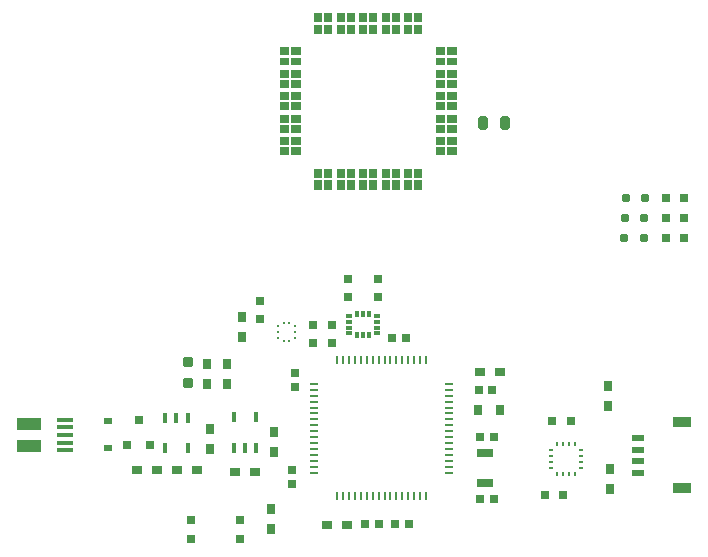
<source format=gbr>
%TF.GenerationSoftware,KiCad,Pcbnew,7.0.5*%
%TF.CreationDate,2024-02-09T08:38:41-06:00*%
%TF.ProjectId,peakick,7065616b-6963-46b2-9e6b-696361645f70,rev?*%
%TF.SameCoordinates,Original*%
%TF.FileFunction,Paste,Top*%
%TF.FilePolarity,Positive*%
%FSLAX46Y46*%
G04 Gerber Fmt 4.6, Leading zero omitted, Abs format (unit mm)*
G04 Created by KiCad (PCBNEW 7.0.5) date 2024-02-09 08:38:41*
%MOMM*%
%LPD*%
G01*
G04 APERTURE LIST*
G04 Aperture macros list*
%AMRoundRect*
0 Rectangle with rounded corners*
0 $1 Rounding radius*
0 $2 $3 $4 $5 $6 $7 $8 $9 X,Y pos of 4 corners*
0 Add a 4 corners polygon primitive as box body*
4,1,4,$2,$3,$4,$5,$6,$7,$8,$9,$2,$3,0*
0 Add four circle primitives for the rounded corners*
1,1,$1+$1,$2,$3*
1,1,$1+$1,$4,$5*
1,1,$1+$1,$6,$7*
1,1,$1+$1,$8,$9*
0 Add four rect primitives between the rounded corners*
20,1,$1+$1,$2,$3,$4,$5,0*
20,1,$1+$1,$4,$5,$6,$7,0*
20,1,$1+$1,$6,$7,$8,$9,0*
20,1,$1+$1,$8,$9,$2,$3,0*%
G04 Aperture macros list end*
%ADD10C,0.010000*%
%ADD11R,1.400000X0.320000*%
%ADD12R,2.000000X1.140000*%
%ADD13RoundRect,0.135000X0.225000X0.245000X-0.225000X0.245000X-0.225000X-0.245000X0.225000X-0.245000X0*%
%ADD14R,0.800000X0.880000*%
%ADD15R,0.880000X0.800000*%
%ADD16RoundRect,0.120000X-0.200000X-0.260000X0.200000X-0.260000X0.200000X0.260000X-0.200000X0.260000X0*%
%ADD17R,0.440000X0.960000*%
%ADD18R,0.720000X0.680000*%
%ADD19R,1.080000X0.480000*%
%ADD20R,1.600000X0.960000*%
%ADD21R,0.664000X0.504000*%
%ADD22RoundRect,0.150000X-0.250000X-0.430000X0.250000X-0.430000X0.250000X0.430000X-0.250000X0.430000X0*%
%ADD23RoundRect,0.025830X0.237670X0.117670X-0.237670X0.117670X-0.237670X-0.117670X0.237670X-0.117670X0*%
%ADD24RoundRect,0.025830X-0.117670X0.237670X-0.117670X-0.237670X0.117670X-0.237670X0.117670X0.237670X0*%
%ADD25R,0.680000X0.720000*%
%ADD26R,1.440000X0.800000*%
%ADD27RoundRect,0.135000X-0.245000X0.225000X-0.245000X-0.225000X0.245000X-0.225000X0.245000X0.225000X0*%
%ADD28R,0.640000X0.960000*%
%ADD29RoundRect,0.050000X0.350000X0.350000X-0.350000X0.350000X-0.350000X-0.350000X0.350000X-0.350000X0*%
%ADD30R,0.800000X0.176000*%
%ADD31R,0.176000X0.800000*%
%ADD32RoundRect,0.135000X0.245000X-0.225000X0.245000X0.225000X-0.245000X0.225000X-0.245000X-0.225000X0*%
%ADD33RoundRect,0.131250X0.218750X0.248750X-0.218750X0.248750X-0.218750X-0.248750X0.218750X-0.248750X0*%
%ADD34R,0.203200X0.223520*%
%ADD35R,0.223520X0.203200*%
%ADD36R,0.720000X0.800000*%
%ADD37R,0.640000X0.720000*%
%ADD38R,0.243840X0.365760*%
%ADD39R,0.365760X0.243840*%
G04 APERTURE END LIST*
%TO.C,U2*%
D10*
X160845000Y-69610000D02*
X160265000Y-69610000D01*
X160265000Y-68890000D01*
X160845000Y-68890000D01*
X160845000Y-69610000D01*
G36*
X160845000Y-69610000D02*
G01*
X160265000Y-69610000D01*
X160265000Y-68890000D01*
X160845000Y-68890000D01*
X160845000Y-69610000D01*
G37*
X159995000Y-69610000D02*
X159415000Y-69610000D01*
X159415000Y-68890000D01*
X159995000Y-68890000D01*
X159995000Y-69610000D01*
G36*
X159995000Y-69610000D02*
G01*
X159415000Y-69610000D01*
X159415000Y-68890000D01*
X159995000Y-68890000D01*
X159995000Y-69610000D01*
G37*
X158945000Y-69610000D02*
X158365000Y-69610000D01*
X158365000Y-68890000D01*
X158945000Y-68890000D01*
X158945000Y-69610000D01*
G36*
X158945000Y-69610000D02*
G01*
X158365000Y-69610000D01*
X158365000Y-68890000D01*
X158945000Y-68890000D01*
X158945000Y-69610000D01*
G37*
X158095000Y-69610000D02*
X157515000Y-69610000D01*
X157515000Y-68890000D01*
X158095000Y-68890000D01*
X158095000Y-69610000D01*
G36*
X158095000Y-69610000D02*
G01*
X157515000Y-69610000D01*
X157515000Y-68890000D01*
X158095000Y-68890000D01*
X158095000Y-69610000D01*
G37*
X157045000Y-69610000D02*
X156465000Y-69610000D01*
X156465000Y-68890000D01*
X157045000Y-68890000D01*
X157045000Y-69610000D01*
G36*
X157045000Y-69610000D02*
G01*
X156465000Y-69610000D01*
X156465000Y-68890000D01*
X157045000Y-68890000D01*
X157045000Y-69610000D01*
G37*
X156195000Y-69610000D02*
X155615000Y-69610000D01*
X155615000Y-68890000D01*
X156195000Y-68890000D01*
X156195000Y-69610000D01*
G36*
X156195000Y-69610000D02*
G01*
X155615000Y-69610000D01*
X155615000Y-68890000D01*
X156195000Y-68890000D01*
X156195000Y-69610000D01*
G37*
X155145000Y-69610000D02*
X154565000Y-69610000D01*
X154565000Y-68890000D01*
X155145000Y-68890000D01*
X155145000Y-69610000D01*
G36*
X155145000Y-69610000D02*
G01*
X154565000Y-69610000D01*
X154565000Y-68890000D01*
X155145000Y-68890000D01*
X155145000Y-69610000D01*
G37*
X154295000Y-69610000D02*
X153715000Y-69610000D01*
X153715000Y-68890000D01*
X154295000Y-68890000D01*
X154295000Y-69610000D01*
G36*
X154295000Y-69610000D02*
G01*
X153715000Y-69610000D01*
X153715000Y-68890000D01*
X154295000Y-68890000D01*
X154295000Y-69610000D01*
G37*
X153245000Y-69610000D02*
X152665000Y-69610000D01*
X152665000Y-68890000D01*
X153245000Y-68890000D01*
X153245000Y-69610000D01*
G36*
X153245000Y-69610000D02*
G01*
X152665000Y-69610000D01*
X152665000Y-68890000D01*
X153245000Y-68890000D01*
X153245000Y-69610000D01*
G37*
X152395000Y-69610000D02*
X151815000Y-69610000D01*
X151815000Y-68890000D01*
X152395000Y-68890000D01*
X152395000Y-69610000D01*
G36*
X152395000Y-69610000D02*
G01*
X151815000Y-69610000D01*
X151815000Y-68890000D01*
X152395000Y-68890000D01*
X152395000Y-69610000D01*
G37*
X160845000Y-70610000D02*
X160265000Y-70610000D01*
X160265000Y-69890000D01*
X160845000Y-69890000D01*
X160845000Y-70610000D01*
G36*
X160845000Y-70610000D02*
G01*
X160265000Y-70610000D01*
X160265000Y-69890000D01*
X160845000Y-69890000D01*
X160845000Y-70610000D01*
G37*
X159995000Y-70610000D02*
X159415000Y-70610000D01*
X159415000Y-69890000D01*
X159995000Y-69890000D01*
X159995000Y-70610000D01*
G36*
X159995000Y-70610000D02*
G01*
X159415000Y-70610000D01*
X159415000Y-69890000D01*
X159995000Y-69890000D01*
X159995000Y-70610000D01*
G37*
X158945000Y-70610000D02*
X158365000Y-70610000D01*
X158365000Y-69890000D01*
X158945000Y-69890000D01*
X158945000Y-70610000D01*
G36*
X158945000Y-70610000D02*
G01*
X158365000Y-70610000D01*
X158365000Y-69890000D01*
X158945000Y-69890000D01*
X158945000Y-70610000D01*
G37*
X158095000Y-70610000D02*
X157515000Y-70610000D01*
X157515000Y-69890000D01*
X158095000Y-69890000D01*
X158095000Y-70610000D01*
G36*
X158095000Y-70610000D02*
G01*
X157515000Y-70610000D01*
X157515000Y-69890000D01*
X158095000Y-69890000D01*
X158095000Y-70610000D01*
G37*
X157045000Y-70610000D02*
X156465000Y-70610000D01*
X156465000Y-69890000D01*
X157045000Y-69890000D01*
X157045000Y-70610000D01*
G36*
X157045000Y-70610000D02*
G01*
X156465000Y-70610000D01*
X156465000Y-69890000D01*
X157045000Y-69890000D01*
X157045000Y-70610000D01*
G37*
X156195000Y-70610000D02*
X155615000Y-70610000D01*
X155615000Y-69890000D01*
X156195000Y-69890000D01*
X156195000Y-70610000D01*
G36*
X156195000Y-70610000D02*
G01*
X155615000Y-70610000D01*
X155615000Y-69890000D01*
X156195000Y-69890000D01*
X156195000Y-70610000D01*
G37*
X155145000Y-70610000D02*
X154565000Y-70610000D01*
X154565000Y-69890000D01*
X155145000Y-69890000D01*
X155145000Y-70610000D01*
G36*
X155145000Y-70610000D02*
G01*
X154565000Y-70610000D01*
X154565000Y-69890000D01*
X155145000Y-69890000D01*
X155145000Y-70610000D01*
G37*
X154295000Y-70610000D02*
X153715000Y-70610000D01*
X153715000Y-69890000D01*
X154295000Y-69890000D01*
X154295000Y-70610000D01*
G36*
X154295000Y-70610000D02*
G01*
X153715000Y-70610000D01*
X153715000Y-69890000D01*
X154295000Y-69890000D01*
X154295000Y-70610000D01*
G37*
X153245000Y-70610000D02*
X152665000Y-70610000D01*
X152665000Y-69890000D01*
X153245000Y-69890000D01*
X153245000Y-70610000D01*
G36*
X153245000Y-70610000D02*
G01*
X152665000Y-70610000D01*
X152665000Y-69890000D01*
X153245000Y-69890000D01*
X153245000Y-70610000D01*
G37*
X152395000Y-70610000D02*
X151815000Y-70610000D01*
X151815000Y-69890000D01*
X152395000Y-69890000D01*
X152395000Y-70610000D01*
G36*
X152395000Y-70610000D02*
G01*
X151815000Y-70610000D01*
X151815000Y-69890000D01*
X152395000Y-69890000D01*
X152395000Y-70610000D01*
G37*
X163790000Y-72415000D02*
X163070000Y-72415000D01*
X163070000Y-71835000D01*
X163790000Y-71835000D01*
X163790000Y-72415000D01*
G36*
X163790000Y-72415000D02*
G01*
X163070000Y-72415000D01*
X163070000Y-71835000D01*
X163790000Y-71835000D01*
X163790000Y-72415000D01*
G37*
X162790000Y-72415000D02*
X162070000Y-72415000D01*
X162070000Y-71835000D01*
X162790000Y-71835000D01*
X162790000Y-72415000D01*
G36*
X162790000Y-72415000D02*
G01*
X162070000Y-72415000D01*
X162070000Y-71835000D01*
X162790000Y-71835000D01*
X162790000Y-72415000D01*
G37*
X150590000Y-72415000D02*
X149870000Y-72415000D01*
X149870000Y-71835000D01*
X150590000Y-71835000D01*
X150590000Y-72415000D01*
G36*
X150590000Y-72415000D02*
G01*
X149870000Y-72415000D01*
X149870000Y-71835000D01*
X150590000Y-71835000D01*
X150590000Y-72415000D01*
G37*
X149590000Y-72415000D02*
X148870000Y-72415000D01*
X148870000Y-71835000D01*
X149590000Y-71835000D01*
X149590000Y-72415000D01*
G36*
X149590000Y-72415000D02*
G01*
X148870000Y-72415000D01*
X148870000Y-71835000D01*
X149590000Y-71835000D01*
X149590000Y-72415000D01*
G37*
X163790000Y-73265000D02*
X163070000Y-73265000D01*
X163070000Y-72685000D01*
X163790000Y-72685000D01*
X163790000Y-73265000D01*
G36*
X163790000Y-73265000D02*
G01*
X163070000Y-73265000D01*
X163070000Y-72685000D01*
X163790000Y-72685000D01*
X163790000Y-73265000D01*
G37*
X162790000Y-73265000D02*
X162070000Y-73265000D01*
X162070000Y-72685000D01*
X162790000Y-72685000D01*
X162790000Y-73265000D01*
G36*
X162790000Y-73265000D02*
G01*
X162070000Y-73265000D01*
X162070000Y-72685000D01*
X162790000Y-72685000D01*
X162790000Y-73265000D01*
G37*
X150590000Y-73265000D02*
X149870000Y-73265000D01*
X149870000Y-72685000D01*
X150590000Y-72685000D01*
X150590000Y-73265000D01*
G36*
X150590000Y-73265000D02*
G01*
X149870000Y-73265000D01*
X149870000Y-72685000D01*
X150590000Y-72685000D01*
X150590000Y-73265000D01*
G37*
X149590000Y-73265000D02*
X148870000Y-73265000D01*
X148870000Y-72685000D01*
X149590000Y-72685000D01*
X149590000Y-73265000D01*
G36*
X149590000Y-73265000D02*
G01*
X148870000Y-73265000D01*
X148870000Y-72685000D01*
X149590000Y-72685000D01*
X149590000Y-73265000D01*
G37*
X163790000Y-74315000D02*
X163070000Y-74315000D01*
X163070000Y-73735000D01*
X163790000Y-73735000D01*
X163790000Y-74315000D01*
G36*
X163790000Y-74315000D02*
G01*
X163070000Y-74315000D01*
X163070000Y-73735000D01*
X163790000Y-73735000D01*
X163790000Y-74315000D01*
G37*
X162790000Y-74315000D02*
X162070000Y-74315000D01*
X162070000Y-73735000D01*
X162790000Y-73735000D01*
X162790000Y-74315000D01*
G36*
X162790000Y-74315000D02*
G01*
X162070000Y-74315000D01*
X162070000Y-73735000D01*
X162790000Y-73735000D01*
X162790000Y-74315000D01*
G37*
X150590000Y-74315000D02*
X149870000Y-74315000D01*
X149870000Y-73735000D01*
X150590000Y-73735000D01*
X150590000Y-74315000D01*
G36*
X150590000Y-74315000D02*
G01*
X149870000Y-74315000D01*
X149870000Y-73735000D01*
X150590000Y-73735000D01*
X150590000Y-74315000D01*
G37*
X149590000Y-74315000D02*
X148870000Y-74315000D01*
X148870000Y-73735000D01*
X149590000Y-73735000D01*
X149590000Y-74315000D01*
G36*
X149590000Y-74315000D02*
G01*
X148870000Y-74315000D01*
X148870000Y-73735000D01*
X149590000Y-73735000D01*
X149590000Y-74315000D01*
G37*
X163790000Y-75165000D02*
X163070000Y-75165000D01*
X163070000Y-74585000D01*
X163790000Y-74585000D01*
X163790000Y-75165000D01*
G36*
X163790000Y-75165000D02*
G01*
X163070000Y-75165000D01*
X163070000Y-74585000D01*
X163790000Y-74585000D01*
X163790000Y-75165000D01*
G37*
X162790000Y-75165000D02*
X162070000Y-75165000D01*
X162070000Y-74585000D01*
X162790000Y-74585000D01*
X162790000Y-75165000D01*
G36*
X162790000Y-75165000D02*
G01*
X162070000Y-75165000D01*
X162070000Y-74585000D01*
X162790000Y-74585000D01*
X162790000Y-75165000D01*
G37*
X150590000Y-75165000D02*
X149870000Y-75165000D01*
X149870000Y-74585000D01*
X150590000Y-74585000D01*
X150590000Y-75165000D01*
G36*
X150590000Y-75165000D02*
G01*
X149870000Y-75165000D01*
X149870000Y-74585000D01*
X150590000Y-74585000D01*
X150590000Y-75165000D01*
G37*
X149590000Y-75165000D02*
X148870000Y-75165000D01*
X148870000Y-74585000D01*
X149590000Y-74585000D01*
X149590000Y-75165000D01*
G36*
X149590000Y-75165000D02*
G01*
X148870000Y-75165000D01*
X148870000Y-74585000D01*
X149590000Y-74585000D01*
X149590000Y-75165000D01*
G37*
X163790000Y-76215000D02*
X163070000Y-76215000D01*
X163070000Y-75635000D01*
X163790000Y-75635000D01*
X163790000Y-76215000D01*
G36*
X163790000Y-76215000D02*
G01*
X163070000Y-76215000D01*
X163070000Y-75635000D01*
X163790000Y-75635000D01*
X163790000Y-76215000D01*
G37*
X162790000Y-76215000D02*
X162070000Y-76215000D01*
X162070000Y-75635000D01*
X162790000Y-75635000D01*
X162790000Y-76215000D01*
G36*
X162790000Y-76215000D02*
G01*
X162070000Y-76215000D01*
X162070000Y-75635000D01*
X162790000Y-75635000D01*
X162790000Y-76215000D01*
G37*
X150590000Y-76215000D02*
X149870000Y-76215000D01*
X149870000Y-75635000D01*
X150590000Y-75635000D01*
X150590000Y-76215000D01*
G36*
X150590000Y-76215000D02*
G01*
X149870000Y-76215000D01*
X149870000Y-75635000D01*
X150590000Y-75635000D01*
X150590000Y-76215000D01*
G37*
X149590000Y-76215000D02*
X148870000Y-76215000D01*
X148870000Y-75635000D01*
X149590000Y-75635000D01*
X149590000Y-76215000D01*
G36*
X149590000Y-76215000D02*
G01*
X148870000Y-76215000D01*
X148870000Y-75635000D01*
X149590000Y-75635000D01*
X149590000Y-76215000D01*
G37*
X163790000Y-77065000D02*
X163070000Y-77065000D01*
X163070000Y-76485000D01*
X163790000Y-76485000D01*
X163790000Y-77065000D01*
G36*
X163790000Y-77065000D02*
G01*
X163070000Y-77065000D01*
X163070000Y-76485000D01*
X163790000Y-76485000D01*
X163790000Y-77065000D01*
G37*
X162790000Y-77065000D02*
X162070000Y-77065000D01*
X162070000Y-76485000D01*
X162790000Y-76485000D01*
X162790000Y-77065000D01*
G36*
X162790000Y-77065000D02*
G01*
X162070000Y-77065000D01*
X162070000Y-76485000D01*
X162790000Y-76485000D01*
X162790000Y-77065000D01*
G37*
X150590000Y-77065000D02*
X149870000Y-77065000D01*
X149870000Y-76485000D01*
X150590000Y-76485000D01*
X150590000Y-77065000D01*
G36*
X150590000Y-77065000D02*
G01*
X149870000Y-77065000D01*
X149870000Y-76485000D01*
X150590000Y-76485000D01*
X150590000Y-77065000D01*
G37*
X149590000Y-77065000D02*
X148870000Y-77065000D01*
X148870000Y-76485000D01*
X149590000Y-76485000D01*
X149590000Y-77065000D01*
G36*
X149590000Y-77065000D02*
G01*
X148870000Y-77065000D01*
X148870000Y-76485000D01*
X149590000Y-76485000D01*
X149590000Y-77065000D01*
G37*
X163790000Y-78115000D02*
X163070000Y-78115000D01*
X163070000Y-77535000D01*
X163790000Y-77535000D01*
X163790000Y-78115000D01*
G36*
X163790000Y-78115000D02*
G01*
X163070000Y-78115000D01*
X163070000Y-77535000D01*
X163790000Y-77535000D01*
X163790000Y-78115000D01*
G37*
X162790000Y-78115000D02*
X162070000Y-78115000D01*
X162070000Y-77535000D01*
X162790000Y-77535000D01*
X162790000Y-78115000D01*
G36*
X162790000Y-78115000D02*
G01*
X162070000Y-78115000D01*
X162070000Y-77535000D01*
X162790000Y-77535000D01*
X162790000Y-78115000D01*
G37*
X150590000Y-78115000D02*
X149870000Y-78115000D01*
X149870000Y-77535000D01*
X150590000Y-77535000D01*
X150590000Y-78115000D01*
G36*
X150590000Y-78115000D02*
G01*
X149870000Y-78115000D01*
X149870000Y-77535000D01*
X150590000Y-77535000D01*
X150590000Y-78115000D01*
G37*
X149590000Y-78115000D02*
X148870000Y-78115000D01*
X148870000Y-77535000D01*
X149590000Y-77535000D01*
X149590000Y-78115000D01*
G36*
X149590000Y-78115000D02*
G01*
X148870000Y-78115000D01*
X148870000Y-77535000D01*
X149590000Y-77535000D01*
X149590000Y-78115000D01*
G37*
X163790000Y-78965000D02*
X163070000Y-78965000D01*
X163070000Y-78385000D01*
X163790000Y-78385000D01*
X163790000Y-78965000D01*
G36*
X163790000Y-78965000D02*
G01*
X163070000Y-78965000D01*
X163070000Y-78385000D01*
X163790000Y-78385000D01*
X163790000Y-78965000D01*
G37*
X162790000Y-78965000D02*
X162070000Y-78965000D01*
X162070000Y-78385000D01*
X162790000Y-78385000D01*
X162790000Y-78965000D01*
G36*
X162790000Y-78965000D02*
G01*
X162070000Y-78965000D01*
X162070000Y-78385000D01*
X162790000Y-78385000D01*
X162790000Y-78965000D01*
G37*
X150590000Y-78965000D02*
X149870000Y-78965000D01*
X149870000Y-78385000D01*
X150590000Y-78385000D01*
X150590000Y-78965000D01*
G36*
X150590000Y-78965000D02*
G01*
X149870000Y-78965000D01*
X149870000Y-78385000D01*
X150590000Y-78385000D01*
X150590000Y-78965000D01*
G37*
X149590000Y-78965000D02*
X148870000Y-78965000D01*
X148870000Y-78385000D01*
X149590000Y-78385000D01*
X149590000Y-78965000D01*
G36*
X149590000Y-78965000D02*
G01*
X148870000Y-78965000D01*
X148870000Y-78385000D01*
X149590000Y-78385000D01*
X149590000Y-78965000D01*
G37*
X163790000Y-80015000D02*
X163070000Y-80015000D01*
X163070000Y-79435000D01*
X163790000Y-79435000D01*
X163790000Y-80015000D01*
G36*
X163790000Y-80015000D02*
G01*
X163070000Y-80015000D01*
X163070000Y-79435000D01*
X163790000Y-79435000D01*
X163790000Y-80015000D01*
G37*
X162790000Y-80015000D02*
X162070000Y-80015000D01*
X162070000Y-79435000D01*
X162790000Y-79435000D01*
X162790000Y-80015000D01*
G36*
X162790000Y-80015000D02*
G01*
X162070000Y-80015000D01*
X162070000Y-79435000D01*
X162790000Y-79435000D01*
X162790000Y-80015000D01*
G37*
X150590000Y-80015000D02*
X149870000Y-80015000D01*
X149870000Y-79435000D01*
X150590000Y-79435000D01*
X150590000Y-80015000D01*
G36*
X150590000Y-80015000D02*
G01*
X149870000Y-80015000D01*
X149870000Y-79435000D01*
X150590000Y-79435000D01*
X150590000Y-80015000D01*
G37*
X149590000Y-80015000D02*
X148870000Y-80015000D01*
X148870000Y-79435000D01*
X149590000Y-79435000D01*
X149590000Y-80015000D01*
G36*
X149590000Y-80015000D02*
G01*
X148870000Y-80015000D01*
X148870000Y-79435000D01*
X149590000Y-79435000D01*
X149590000Y-80015000D01*
G37*
X163790000Y-80865000D02*
X163070000Y-80865000D01*
X163070000Y-80285000D01*
X163790000Y-80285000D01*
X163790000Y-80865000D01*
G36*
X163790000Y-80865000D02*
G01*
X163070000Y-80865000D01*
X163070000Y-80285000D01*
X163790000Y-80285000D01*
X163790000Y-80865000D01*
G37*
X162790000Y-80865000D02*
X162070000Y-80865000D01*
X162070000Y-80285000D01*
X162790000Y-80285000D01*
X162790000Y-80865000D01*
G36*
X162790000Y-80865000D02*
G01*
X162070000Y-80865000D01*
X162070000Y-80285000D01*
X162790000Y-80285000D01*
X162790000Y-80865000D01*
G37*
X150590000Y-80865000D02*
X149870000Y-80865000D01*
X149870000Y-80285000D01*
X150590000Y-80285000D01*
X150590000Y-80865000D01*
G36*
X150590000Y-80865000D02*
G01*
X149870000Y-80865000D01*
X149870000Y-80285000D01*
X150590000Y-80285000D01*
X150590000Y-80865000D01*
G37*
X149590000Y-80865000D02*
X148870000Y-80865000D01*
X148870000Y-80285000D01*
X149590000Y-80285000D01*
X149590000Y-80865000D01*
G36*
X149590000Y-80865000D02*
G01*
X148870000Y-80865000D01*
X148870000Y-80285000D01*
X149590000Y-80285000D01*
X149590000Y-80865000D01*
G37*
X160845000Y-82810000D02*
X160265000Y-82810000D01*
X160265000Y-82090000D01*
X160845000Y-82090000D01*
X160845000Y-82810000D01*
G36*
X160845000Y-82810000D02*
G01*
X160265000Y-82810000D01*
X160265000Y-82090000D01*
X160845000Y-82090000D01*
X160845000Y-82810000D01*
G37*
X159995000Y-82810000D02*
X159415000Y-82810000D01*
X159415000Y-82090000D01*
X159995000Y-82090000D01*
X159995000Y-82810000D01*
G36*
X159995000Y-82810000D02*
G01*
X159415000Y-82810000D01*
X159415000Y-82090000D01*
X159995000Y-82090000D01*
X159995000Y-82810000D01*
G37*
X158945000Y-82810000D02*
X158365000Y-82810000D01*
X158365000Y-82090000D01*
X158945000Y-82090000D01*
X158945000Y-82810000D01*
G36*
X158945000Y-82810000D02*
G01*
X158365000Y-82810000D01*
X158365000Y-82090000D01*
X158945000Y-82090000D01*
X158945000Y-82810000D01*
G37*
X158095000Y-82810000D02*
X157515000Y-82810000D01*
X157515000Y-82090000D01*
X158095000Y-82090000D01*
X158095000Y-82810000D01*
G36*
X158095000Y-82810000D02*
G01*
X157515000Y-82810000D01*
X157515000Y-82090000D01*
X158095000Y-82090000D01*
X158095000Y-82810000D01*
G37*
X157045000Y-82810000D02*
X156465000Y-82810000D01*
X156465000Y-82090000D01*
X157045000Y-82090000D01*
X157045000Y-82810000D01*
G36*
X157045000Y-82810000D02*
G01*
X156465000Y-82810000D01*
X156465000Y-82090000D01*
X157045000Y-82090000D01*
X157045000Y-82810000D01*
G37*
X156195000Y-82810000D02*
X155615000Y-82810000D01*
X155615000Y-82090000D01*
X156195000Y-82090000D01*
X156195000Y-82810000D01*
G36*
X156195000Y-82810000D02*
G01*
X155615000Y-82810000D01*
X155615000Y-82090000D01*
X156195000Y-82090000D01*
X156195000Y-82810000D01*
G37*
X155145000Y-82810000D02*
X154565000Y-82810000D01*
X154565000Y-82090000D01*
X155145000Y-82090000D01*
X155145000Y-82810000D01*
G36*
X155145000Y-82810000D02*
G01*
X154565000Y-82810000D01*
X154565000Y-82090000D01*
X155145000Y-82090000D01*
X155145000Y-82810000D01*
G37*
X154295000Y-82810000D02*
X153715000Y-82810000D01*
X153715000Y-82090000D01*
X154295000Y-82090000D01*
X154295000Y-82810000D01*
G36*
X154295000Y-82810000D02*
G01*
X153715000Y-82810000D01*
X153715000Y-82090000D01*
X154295000Y-82090000D01*
X154295000Y-82810000D01*
G37*
X153245000Y-82810000D02*
X152665000Y-82810000D01*
X152665000Y-82090000D01*
X153245000Y-82090000D01*
X153245000Y-82810000D01*
G36*
X153245000Y-82810000D02*
G01*
X152665000Y-82810000D01*
X152665000Y-82090000D01*
X153245000Y-82090000D01*
X153245000Y-82810000D01*
G37*
X152395000Y-82810000D02*
X151815000Y-82810000D01*
X151815000Y-82090000D01*
X152395000Y-82090000D01*
X152395000Y-82810000D01*
G36*
X152395000Y-82810000D02*
G01*
X151815000Y-82810000D01*
X151815000Y-82090000D01*
X152395000Y-82090000D01*
X152395000Y-82810000D01*
G37*
X160845000Y-83810000D02*
X160265000Y-83810000D01*
X160265000Y-83090000D01*
X160845000Y-83090000D01*
X160845000Y-83810000D01*
G36*
X160845000Y-83810000D02*
G01*
X160265000Y-83810000D01*
X160265000Y-83090000D01*
X160845000Y-83090000D01*
X160845000Y-83810000D01*
G37*
X159995000Y-83810000D02*
X159415000Y-83810000D01*
X159415000Y-83090000D01*
X159995000Y-83090000D01*
X159995000Y-83810000D01*
G36*
X159995000Y-83810000D02*
G01*
X159415000Y-83810000D01*
X159415000Y-83090000D01*
X159995000Y-83090000D01*
X159995000Y-83810000D01*
G37*
X158945000Y-83810000D02*
X158365000Y-83810000D01*
X158365000Y-83090000D01*
X158945000Y-83090000D01*
X158945000Y-83810000D01*
G36*
X158945000Y-83810000D02*
G01*
X158365000Y-83810000D01*
X158365000Y-83090000D01*
X158945000Y-83090000D01*
X158945000Y-83810000D01*
G37*
X158095000Y-83810000D02*
X157515000Y-83810000D01*
X157515000Y-83090000D01*
X158095000Y-83090000D01*
X158095000Y-83810000D01*
G36*
X158095000Y-83810000D02*
G01*
X157515000Y-83810000D01*
X157515000Y-83090000D01*
X158095000Y-83090000D01*
X158095000Y-83810000D01*
G37*
X157045000Y-83810000D02*
X156465000Y-83810000D01*
X156465000Y-83090000D01*
X157045000Y-83090000D01*
X157045000Y-83810000D01*
G36*
X157045000Y-83810000D02*
G01*
X156465000Y-83810000D01*
X156465000Y-83090000D01*
X157045000Y-83090000D01*
X157045000Y-83810000D01*
G37*
X156195000Y-83810000D02*
X155615000Y-83810000D01*
X155615000Y-83090000D01*
X156195000Y-83090000D01*
X156195000Y-83810000D01*
G36*
X156195000Y-83810000D02*
G01*
X155615000Y-83810000D01*
X155615000Y-83090000D01*
X156195000Y-83090000D01*
X156195000Y-83810000D01*
G37*
X155145000Y-83810000D02*
X154565000Y-83810000D01*
X154565000Y-83090000D01*
X155145000Y-83090000D01*
X155145000Y-83810000D01*
G36*
X155145000Y-83810000D02*
G01*
X154565000Y-83810000D01*
X154565000Y-83090000D01*
X155145000Y-83090000D01*
X155145000Y-83810000D01*
G37*
X154295000Y-83810000D02*
X153715000Y-83810000D01*
X153715000Y-83090000D01*
X154295000Y-83090000D01*
X154295000Y-83810000D01*
G36*
X154295000Y-83810000D02*
G01*
X153715000Y-83810000D01*
X153715000Y-83090000D01*
X154295000Y-83090000D01*
X154295000Y-83810000D01*
G37*
X153245000Y-83810000D02*
X152665000Y-83810000D01*
X152665000Y-83090000D01*
X153245000Y-83090000D01*
X153245000Y-83810000D01*
G36*
X153245000Y-83810000D02*
G01*
X152665000Y-83810000D01*
X152665000Y-83090000D01*
X153245000Y-83090000D01*
X153245000Y-83810000D01*
G37*
X152395000Y-83810000D02*
X151815000Y-83810000D01*
X151815000Y-83090000D01*
X152395000Y-83090000D01*
X152395000Y-83810000D01*
G36*
X152395000Y-83810000D02*
G01*
X151815000Y-83810000D01*
X151815000Y-83090000D01*
X152395000Y-83090000D01*
X152395000Y-83810000D01*
G37*
%TD*%
D11*
%TO.C,J4*%
X130697500Y-103353250D03*
X130697500Y-104003250D03*
X130697500Y-104653250D03*
X130697500Y-105303250D03*
X130697500Y-105953250D03*
D12*
X127622500Y-103690750D03*
X127622500Y-105615750D03*
%TD*%
D13*
%TO.C,C7*%
X172850000Y-109750000D03*
X171300000Y-109750000D03*
%TD*%
D14*
%TO.C,C22*%
X145675000Y-94625000D03*
X145675000Y-96325000D03*
%TD*%
D15*
%TO.C,C11*%
X145075000Y-107750000D03*
X146775000Y-107750000D03*
%TD*%
D16*
%TO.C,R2*%
X178095000Y-86280000D03*
X179745000Y-86280000D03*
%TD*%
D17*
%TO.C,U5*%
X145000000Y-105725100D03*
X145950000Y-105725100D03*
X146900000Y-105725100D03*
X146900000Y-103124900D03*
X145000000Y-103124900D03*
%TD*%
D16*
%TO.C,R1*%
X178045000Y-87940000D03*
X179695000Y-87940000D03*
%TD*%
D18*
%TO.C,C13*%
X150150000Y-100555000D03*
X150150000Y-99395000D03*
%TD*%
D19*
%TO.C,J3*%
X179250000Y-107875000D03*
X179250000Y-106875000D03*
X179250000Y-105875000D03*
X179250000Y-104875000D03*
D20*
X182925000Y-103575000D03*
X182925000Y-109175000D03*
%TD*%
D21*
%TO.C,D1*%
X134300000Y-103425000D03*
X134300000Y-105725000D03*
%TD*%
D15*
%TO.C,L1*%
X167550000Y-99300000D03*
X165850000Y-99300000D03*
%TD*%
D22*
%TO.C,C1*%
X166080000Y-78250000D03*
X167980000Y-78250000D03*
%TD*%
D23*
%TO.C,U3*%
X157077500Y-96050000D03*
X157077500Y-95550000D03*
X157077500Y-95050000D03*
X157077500Y-94550000D03*
D24*
X156412500Y-96220000D03*
X156412500Y-94390000D03*
X155912500Y-96220000D03*
X155912500Y-94390000D03*
X155412500Y-96220000D03*
X155412500Y-94390000D03*
D23*
X154752500Y-96050000D03*
X154752500Y-95550000D03*
X154752500Y-95050000D03*
X154752500Y-94550000D03*
%TD*%
D14*
%TO.C,R7*%
X148375000Y-104350000D03*
X148375000Y-106050000D03*
%TD*%
%TO.C,R9*%
X142700000Y-100350000D03*
X142700000Y-98650000D03*
%TD*%
D25*
%TO.C,C9*%
X165845000Y-110025000D03*
X167005000Y-110025000D03*
%TD*%
D14*
%TO.C,C16*%
X144450000Y-100325000D03*
X144450000Y-98625000D03*
%TD*%
%TO.C,R13*%
X176875000Y-107525000D03*
X176875000Y-109225000D03*
%TD*%
D26*
%TO.C,Y1*%
X166225000Y-108700000D03*
X166225000Y-106200000D03*
%TD*%
D27*
%TO.C,C3*%
X151700000Y-95325000D03*
X151700000Y-96875000D03*
%TD*%
%TO.C,C6*%
X153312500Y-95325000D03*
X153312500Y-96875000D03*
%TD*%
D13*
%TO.C,C8*%
X173500000Y-103500000D03*
X171950000Y-103500000D03*
%TD*%
D14*
%TO.C,R11*%
X142975000Y-105825000D03*
X142975000Y-104125000D03*
%TD*%
%TO.C,R8*%
X148100000Y-112625000D03*
X148100000Y-110925000D03*
%TD*%
D28*
%TO.C,C18*%
X165700000Y-102525000D03*
X167500000Y-102525000D03*
%TD*%
D29*
%TO.C,LED4*%
X141100000Y-98498000D03*
X141100000Y-100252000D03*
%TD*%
D30*
%TO.C,U6*%
X163250000Y-107825000D03*
X163250000Y-107325000D03*
X163250000Y-106825000D03*
X163250000Y-106325000D03*
X163250000Y-105825000D03*
X163250000Y-105325000D03*
X163250000Y-104825000D03*
X163250000Y-104325000D03*
X163250000Y-103825000D03*
X163250000Y-103325000D03*
X163250000Y-102825000D03*
X163250000Y-102325000D03*
X163250000Y-101825000D03*
X163250000Y-101325000D03*
X163250000Y-100825000D03*
X163250000Y-100325000D03*
D31*
X161250000Y-98325000D03*
X160750000Y-98325000D03*
X160250000Y-98325000D03*
X159750000Y-98325000D03*
X159250000Y-98325000D03*
X158750000Y-98325000D03*
X158250000Y-98325000D03*
X157750000Y-98325000D03*
X157250000Y-98325000D03*
X156750000Y-98325000D03*
X156250000Y-98325000D03*
X155750000Y-98325000D03*
X155250000Y-98325000D03*
X154750000Y-98325000D03*
X154250000Y-98325000D03*
X153750000Y-98325000D03*
D30*
X151750000Y-100325000D03*
X151750000Y-100825000D03*
X151750000Y-101325000D03*
X151750000Y-101825000D03*
X151750000Y-102325000D03*
X151750000Y-102825000D03*
X151750000Y-103325000D03*
X151750000Y-103825000D03*
X151750000Y-104325000D03*
X151750000Y-104825000D03*
X151750000Y-105325000D03*
X151750000Y-105825000D03*
X151750000Y-106325000D03*
X151750000Y-106825000D03*
X151750000Y-107325000D03*
X151750000Y-107825000D03*
D31*
X153750000Y-109825000D03*
X154250000Y-109825000D03*
X154750000Y-109825000D03*
X155250000Y-109825000D03*
X155750000Y-109825000D03*
X156250000Y-109825000D03*
X156750000Y-109825000D03*
X157250000Y-109825000D03*
X157750000Y-109825000D03*
X158250000Y-109825000D03*
X158750000Y-109825000D03*
X159250000Y-109825000D03*
X159750000Y-109825000D03*
X160250000Y-109825000D03*
X160750000Y-109825000D03*
X161250000Y-109825000D03*
%TD*%
D25*
%TO.C,C10*%
X165870000Y-104825000D03*
X167030000Y-104825000D03*
%TD*%
D32*
%TO.C,C5*%
X154675000Y-93000000D03*
X154675000Y-91450000D03*
%TD*%
D15*
%TO.C,C21*%
X140175000Y-107650000D03*
X141875000Y-107650000D03*
%TD*%
D33*
%TO.C,LED3*%
X183137500Y-84570000D03*
X181562500Y-84570000D03*
%TD*%
D15*
%TO.C,R6*%
X136800000Y-107650000D03*
X138500000Y-107650000D03*
%TD*%
D34*
%TO.C,U1*%
X149700063Y-95200700D03*
X149199937Y-95200700D03*
D35*
X148700700Y-95449874D03*
X148700700Y-95950000D03*
X148700700Y-96450126D03*
D34*
X149199937Y-96699300D03*
X149700063Y-96699300D03*
D35*
X150199300Y-96450126D03*
X150199300Y-95950000D03*
X150199300Y-95449874D03*
%TD*%
D33*
%TO.C,LED1*%
X183117500Y-87980000D03*
X181542500Y-87980000D03*
%TD*%
D16*
%TO.C,R3*%
X178155000Y-84550000D03*
X179805000Y-84550000D03*
%TD*%
D17*
%TO.C,U7*%
X141074500Y-103174900D03*
X140124500Y-103174900D03*
X139174500Y-103174900D03*
X139174500Y-105775100D03*
X141074500Y-105775100D03*
%TD*%
D36*
%TO.C,S1*%
X141400000Y-111850000D03*
X145500000Y-111850000D03*
X141400000Y-113450000D03*
X145500000Y-113450000D03*
%TD*%
D25*
%TO.C,C15*%
X157255000Y-112200000D03*
X156095000Y-112200000D03*
%TD*%
%TO.C,C20*%
X158645000Y-112200000D03*
X159805000Y-112200000D03*
%TD*%
%TO.C,C12*%
X159580000Y-96475000D03*
X158420000Y-96475000D03*
%TD*%
D14*
%TO.C,R12*%
X176650000Y-102175000D03*
X176650000Y-100475000D03*
%TD*%
D27*
%TO.C,C2*%
X147200000Y-93275000D03*
X147200000Y-94825000D03*
%TD*%
D18*
%TO.C,C14*%
X149900000Y-108755000D03*
X149900000Y-107595000D03*
%TD*%
D37*
%TO.C,Q1*%
X135975000Y-105475000D03*
X137875000Y-105475000D03*
X136925000Y-103375000D03*
%TD*%
D25*
%TO.C,C17*%
X165720000Y-100850000D03*
X166880000Y-100850000D03*
%TD*%
D33*
%TO.C,LED2*%
X183137500Y-86270000D03*
X181562500Y-86270000D03*
%TD*%
D15*
%TO.C,C19*%
X154575000Y-112250000D03*
X152875000Y-112250000D03*
%TD*%
D32*
%TO.C,C4*%
X157175000Y-92975000D03*
X157175000Y-91425000D03*
%TD*%
D38*
%TO.C,U4*%
X173875001Y-105425001D03*
X173375000Y-105425001D03*
X172875000Y-105425001D03*
X172374999Y-105425001D03*
D39*
X171850001Y-105949999D03*
X171850001Y-106450000D03*
X171850001Y-106950000D03*
X171850001Y-107450001D03*
D38*
X172374999Y-107974999D03*
X172875000Y-107974999D03*
X173375000Y-107974999D03*
X173875001Y-107974999D03*
D39*
X174399999Y-107450001D03*
X174399999Y-106950000D03*
X174399999Y-106450000D03*
X174399999Y-105949999D03*
%TD*%
M02*

</source>
